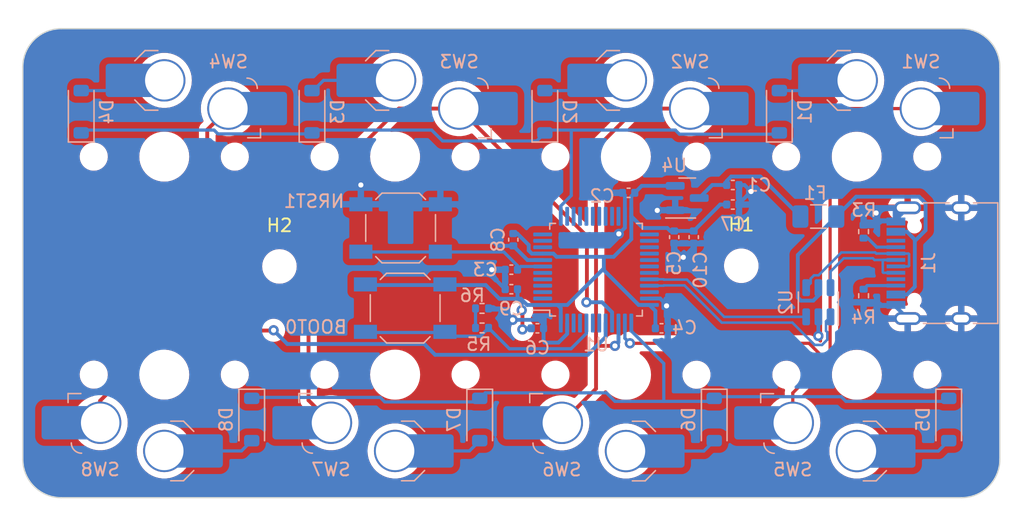
<source format=kicad_pcb>
(kicad_pcb (version 20221018) (generator pcbnew)
  (layers (0 "F.Cu" signal) (31 "B.Cu" signal) (34 "B.Paste" user) (35 "F.Paste" user) (36 "B.SilkS" user "B.Silkscreen") (37 "F.SilkS" user "F.Silkscreen") (38 "B.Mask" user) (39 "F.Mask" user) (44 "Edge.Cuts" user))
  (net 0 "")
  (net 1 "GND")
  (net 2 "NRST")
  (net 3 "+5V")
  (net 4 "+3.3V")
  (net 5 "ROW0")
  (net 6 "Net-(D1-A)")
  (net 7 "ROW1")
  (net 8 "Net-(D2-A)")
  (net 9 "BOOT0")
  (net 10 "Net-(D3-A)")
  (net 11 "Net-(R5-Pad2)")
  (net 12 "Net-(D4-A)")
  (net 13 "COL0")
  (net 14 "Net-(D5-A)")
  (net 15 "COL1")
  (net 16 "Net-(D6-A)")
  (net 17 "COL2")
  (net 18 "Net-(D7-A)")
  (net 19 "COL3")
  (net 20 "Net-(D8-A)")
  (net 21 "VBUS")
  (net 22 "Net-(J1-CC1)")
  (net 23 "D+")
  (net 24 "D-")
  (net 26 "Net-(J1-CC2)")
  (net 47 "D_N")
  (net 48 "D_P")
  (footprint "MountingHole:MountingHole_2.2mm_M2" (layer "F.Cu") (at 200.8124 118.0592)
    (fp_text reference "H1")
    (fp_text value "MountingHole")
  )
  (footprint "MountingHole:MountingHole_2.2mm_M2" (layer "F.Cu") (at 164.7952 118.11)
    (fp_text reference "H2")
    (fp_text value "MountingHole")
  )
  (footprint "Button_Switch_SMD:SW_SPST_SKQG_WithoutStem" (layer "B.Cu") (at 174.5996 121.3612 180)
    (fp_text reference "BOOT0")
    (fp_text value "BOOT0")
  )
  (footprint "Button_Switch_SMD:SW_SPST_SKQG_WithoutStem" (layer "B.Cu") (at 174.244 115.1128 180)
    (fp_text reference "NRST1")
    (fp_text value "RST")
  )
  (footprint "PCM_marbastlib-choc:SW_choc_v1_HS_1u_18_17" (layer "B.Cu") (at 155.81375 109.5507)
    (fp_text reference "SW4")
    (fp_text value "choc_SW_HS")
  )
  (footprint "Diode_SMD:D_SOD-123" (layer "B.Cu") (at 198.70075 130.048 -90)
    (fp_text reference "D6")
    (fp_text value "D_Small")
  )
  (footprint "PCM_marbastlib-choc:SW_choc_v1_HS_1u_18_17" (layer "B.Cu") (at 191.81795 126.5587 180)
    (fp_text reference "SW6")
    (fp_text value "choc_SW_HS")
  )
  (footprint "Capacitor_SMD:C_0402_1005Metric" (layer "B.Cu") (at 197.104 115.824 90)
    (fp_text reference "C10")
    (fp_text value "1uF")
  )
  (footprint "PCM_marbastlib-choc:SW_choc_v1_HS_1u_18_17" (layer "B.Cu") (at 173.81375 126.5507 180)
    (fp_text reference "SW7")
    (fp_text value "choc_SW_HS")
  )
  (footprint "PCM_marbastlib-choc:SW_choc_v1_HS_1u_18_17" (layer "B.Cu") (at 191.81375 109.5507)
    (fp_text reference "SW2")
    (fp_text value "choc_SW_HS")
  )
  (footprint "Capacitor_SMD:C_0402_1005Metric" (layer "B.Cu") (at 200.152 111.76 180)
    (fp_text reference "C1")
    (fp_text value "1uF")
  )
  (footprint "Diode_SMD:D_SOD-123" (layer "B.Cu") (at 203.78075 106.046 90)
    (fp_text reference "D1")
    (fp_text value "D_Small")
  )
  (footprint "PCM_marbastlib-choc:SW_choc_v1_HS_1u_18_17" (layer "B.Cu") (at 173.81375 109.5507)
    (fp_text reference "SW3")
    (fp_text value "choc_SW_HS")
  )
  (footprint "Capacitor_SMD:C_0402_1005Metric" (layer "B.Cu") (at 192.024 112.3696)
    (fp_text reference "C2")
    (fp_text value "1uF")
  )
  (footprint "PCM_marbastlib-choc:SW_choc_v1_HS_1u_18_17" (layer "B.Cu") (at 209.81375 109.5507)
    (fp_text reference "SW1")
    (fp_text value "choc_SW_HS")
  )
  (footprint "Capacitor_SMD:C_0402_1005Metric" (layer "B.Cu") (at 195.58 115.824 -90)
    (fp_text reference "C5")
    (fp_text value "100nF")
  )
  (footprint "Package_QFP:LQFP-48_7x7mm_P0.5mm" (layer "B.Cu") (at 189.484346 118.364)
    (fp_text reference "U1")
    (fp_text value "STM32F072C8Tx")
  )
  (footprint "Capacitor_SMD:C_0402_1005Metric" (layer "B.Cu") (at 182.88 119.888 180)
    (fp_text reference "C9")
    (fp_text value "100nF")
  )
  (footprint "Diode_SMD:D_SOD-123" (layer "B.Cu") (at 180.41275 130.048 -90)
    (fp_text reference "D7")
    (fp_text value "D_Small")
  )
  (footprint "Diode_SMD:D_SOD-123" (layer "B.Cu") (at 149.33375 106.046 90)
    (fp_text reference "D4")
    (fp_text value "D_Small")
  )
  (footprint "Capacitor_SMD:C_0402_1005Metric" (layer "B.Cu") (at 200.152 113.284)
    (fp_text reference "C7")
    (fp_text value "100nF")
  )
  (footprint "Package_TO_SOT_SMD:SOT-23" (layer "B.Cu") (at 196.596 112.776)
    (fp_text reference "U4")
    (fp_text value "XC6206PxxxMR-Regulator_Linear")
  )
  (footprint "Resistor_SMD:R_0402_1005Metric" (layer "B.Cu") (at 210.35 120.396 90)
    (fp_text reference "R4")
    (fp_text value "5.1 K")
  )
  (footprint "Capacitor_SMD:C_0402_1005Metric" (layer "B.Cu") (at 183.0324 116.0272 -90)
    (fp_text reference "C8")
    (fp_text value "100nF")
  )
  (footprint "Capacitor_SMD:C_0402_1005Metric" (layer "B.Cu") (at 182.88 118.364)
    (fp_text reference "C3")
    (fp_text value "100nF")
  )
  (footprint "Capacitor_SMD:C_0402_1005Metric" (layer "B.Cu") (at 194.592 122.936)
    (fp_text reference "C4")
    (fp_text value "4.7uF")
  )
  (footprint "Diode_SMD:D_SOD-123" (layer "B.Cu") (at 185.49275 106.046 90)
    (fp_text reference "D2")
    (fp_text value "D_Small")
  )
  (footprint "PCM_marbastlib-choc:SW_choc_v1_HS_1u_18_17" (layer "B.Cu") (at 155.81375 126.5507 180)
    (fp_text reference "SW8")
    (fp_text value "choc_SW_HS")
  )
  (footprint "Package_TO_SOT_SMD:SOT-23-6" (layer "B.Cu") (at 206.822 120.904 90)
    (fp_text reference "U2")
    (fp_text value "USBLC6-2SC6")
  )
  (footprint "Resistor_SMD:R_0402_1005Metric" (layer "B.Cu") (at 180.594 122.908 180)
    (fp_text reference "R5")
    (fp_text value "5.1k")
  )
  (footprint "Connector_USB:USB_C_Receptacle_HRO_TYPE-C-31-M-12" (layer "B.Cu") (at 216.916 117.856 -90)
    (fp_text reference "J1")
    (fp_text value "USB_C_Receptacle_USB2.0")
  )
  (footprint "PCM_marbastlib-choc:SW_choc_v1_HS_1u_18_17" (layer "B.Cu") (at 209.82835 126.5587 180)
    (fp_text reference "SW5")
    (fp_text value "choc_SW_HS")
  )
  (footprint "Diode_SMD:D_SOD-123" (layer "B.Cu") (at 162.63275 130.048 -90)
    (fp_text reference "D8")
    (fp_text value "D_Small")
  )
  (footprint "Resistor_SMD:R_0402_1005Metric" (layer "B.Cu") (at 180.594 121.384)
    (fp_text reference "R6")
    (fp_text value "5.1k")
  )
  (footprint "Fuse:Fuse_1206_3216Metric" (layer "B.Cu") (at 206.822 114.22 180)
    (fp_text reference "F1")
    (fp_text value "Fuse_Small")
  )
  (footprint "Diode_SMD:D_SOD-123" (layer "B.Cu") (at 216.98875 130.048 -90)
    (fp_text reference "D5")
    (fp_text value "D_Small")
  )
  (footprint "Capacitor_SMD:C_0402_1005Metric" (layer "B.Cu") (at 184.912 122.936)
    (fp_text reference "C6")
    (fp_text value "100nF")
  )
  (footprint "Resistor_SMD:R_0402_1005Metric" (layer "B.Cu") (at 210.35 115.394 -90)
    (fp_text reference "R3")
    (fp_text value "5.1 K")
  )
  (footprint "Diode_SMD:D_SOD-123" (layer "B.Cu") (at 167.33375 106.046 90)
    (fp_text reference "D3")
    (fp_text value "D_Small")
  )
  (gr_circle (center 193.035 126.5507) (end 193.035 126.5507) (stroke (width 0.2)) (fill none) (layer "B.Cu"))
  (gr_arc (start 147.78 136.144) (mid 145.65868 135.26532) (end 144.78 133.144) (stroke (width 0.1)) (layer "Edge.Cuts"))
  (gr_line (start 147.78 99.568) (end 217.98 99.568) (stroke (width 0.1)) (layer "Edge.Cuts"))
  (gr_arc (start 217.98 99.568) (mid 220.10132 100.44668) (end 220.98 102.568) (stroke (width 0.1)) (layer "Edge.Cuts"))
  (gr_arc (start 144.78 102.568) (mid 145.65868 100.44668) (end 147.78 99.568) (stroke (width 0.1)) (layer "Edge.Cuts"))
  (gr_arc (start 220.98 133.144) (mid 220.10132 135.26532) (end 217.98 136.144) (stroke (width 0.1)) (layer "Edge.Cuts"))
  (gr_line (start 144.78 133.144) (end 144.78 102.568) (stroke (width 0.1)) (layer "Edge.Cuts"))
  (gr_line (start 217.98 136.144) (end 147.78 136.144) (stroke (width 0.1)) (layer "Edge.Cuts"))
  (gr_line (start 220.98 102.568) (end 220.98 133.144) (stroke (width 0.1)) (layer "Edge.Cuts"))
  (segment (start 217.966 113.536) (end 213.786 113.536) (width 0.3) (layer "F.Cu") (net 1))
  (segment (start 213.786 122.176) (end 217.966 122.176) (width 0.3) (layer "F.Cu") (net 1))
  (segment (start 217.966 122.176) (end 217.966 113.536) (width 0.3) (layer "F.Cu") (net 1))
  (via (at 181.356 118.364) (size 0.8) (drill 0.4) (layers "F.Cu" "B.Cu") (net 1))
  (via (at 196.2912 117.3988) (size 0.8) (drill 0.4) (layers "F.Cu" "B.Cu") (net 1))
  (via (at 194.2592 113.7412) (size 0.8) (drill 0.4) (layers "F.Cu" "B.Cu") (net 1))
  (via (at 206.822 123.5304) (size 0.8) (drill 0.4) (layers "F.Cu" "B.Cu") (net 1))
  (via (at 211.328 113.9444) (size 0.8) (drill 0.4) (layers "F.Cu" "B.Cu") (net 1))
  (via (at 201.5744 112.268) (size 0.8) (drill 0.4) (layers "F.Cu" "B.Cu") (net 1))
  (via (at 182.982 122.276) (size 0.8) (drill 0.4) (layers "F.Cu" "B.Cu") (net 1))
  (via (at 171.144 111.7588) (size 0.8) (drill 0.4) (layers "F.Cu" "B.Cu") (net 1))
  (via (at 191.262 115.57) (size 0.8) (drill 0.4) (layers "F.Cu" "B.Cu") (net 1))
  (via (at 194.983846 121.184111) (size 0.8) (drill 0.4) (layers "F.Cu" "B.Cu") (net 1))
  (segment (start 185.4708 124.0536) (end 186.547866 124.0536) (width 0.3) (layer "B.Cu") (net 1))
  (segment (start 212.871 121.261) (end 213.786 122.176) (width 0.3) (layer "B.Cu") (net 1))
  (segment (start 182.982 122.276) (end 185.041999 122.276) (width 0.3) (layer "B.Cu") (net 1))
  (segment (start 212.871 114.606) (end 212.871 114.451) (width 0.3) (layer "B.Cu") (net 1))
  (segment (start 183.0324 116.5072) (end 181.7884 116.5072) (width 0.3) (layer "B.Cu") (net 1))
  (segment (start 195.11788 122.89012) (end 195.072 122.936) (width 0.3) (layer "B.Cu") (net 1))
  (segment (start 182.4 118.364) (end 181.356 118.364) (width 0.3) (layer "B.Cu") (net 1))
  (segment (start 195.58 116.304) (end 195.58 116.6876) (width 0.3) (layer "B.Cu") (net 1))
  (segment (start 195.533154 116.304) (end 195.58 116.304) (width 0.3) (layer "B.Cu") (net 1))
  (segment (start 178.544 113.2628) (end 177.344 113.2628) (width 0.3) (layer "B.Cu") (net 1))
  (segment (start 200.632 113.284) (end 200.632 113.2104) (width 0.3) (layer "B.Cu") (net 1))
  (segment (start 186.547866 124.0536) (end 187.234346 123.36712) (width 0.3) (layer "B.Cu") (net 1))
  (segment (start 181.7884 116.5072) (end 178.544 113.2628) (width 0.3) (layer "B.Cu") (net 1))
  (segment (start 183.0324 116.5072) (end 184.1392 117.614) (width 0.3) (layer "B.Cu") (net 1))
  (segment (start 194.734346 120.86088) (end 194.487466 120.614) (width 0.3) (layer "B.Cu") (net 1))
  (segment (start 171.144 113.284) (end 171.144 111.7588) (width 0.3) (layer "B.Cu") (net 1))
  (segment (start 191.734346 115.097654) (end 191.262 115.57) (width 0.3) (layer "B.Cu") (net 1))
  (segment (start 195.58 116.6876) (end 196.2912 117.3988) (width 0.3) (layer "B.Cu") (net 1))
  (segment (start 210.35 114.884) (end 210.628 114.606) (width 0.3) (layer "B.Cu") (net 1))
  (segment (start 210.55 121.106) (end 212.871 121.106) (width 0.3) (layer "B.Cu") (net 1))
  (segment (start 210.628 114.606) (end 211.328 114.606) (width 0.3) (layer "B.Cu") (net 1))
  (segment (start 195.6585 113.726) (end 194.194226 113.726) (width 0.3) (layer "B.Cu") (net 1))
  (segment (start 181.104 121.384) (end 182.09 121.384) (width 0.3) (layer "B.Cu") (net 1))
  (segment (start 181.356 118.844) (end 181.356 118.364) (width 0.3) (layer "B.Cu") (net 1))
  (segment (start 195.072 122.936) (end 195.072 121.272265) (width 0.3) (layer "B.Cu") (net 1))
  (segment (start 200.632 111.76) (end 201.0664 111.76) (width 0.3) (layer "B.Cu") (net 1))
  (segment (start 182.4 119.888) (end 181.356 118.844) (width 0.3) (layer "B.Cu") (net 1))
  (segment (start 197.104 116.586) (end 196.2912 117.3988) (width 0.3) (layer "B.Cu") (net 1))
  (segment (start 194.734346 121.0564) (end 194.856135 121.0564) (width 0.3) (layer "B.Cu") (net 1))
  (segment (start 212.871 121.106) (end 212.871 121.261) (width 0.3) (layer "B.Cu") (net 1))
  (segment (start 194.487466 120.614) (end 193.646846 120.614) (width 0.3) (layer "B.Cu") (net 1))
  (segment (start 185.392 122.626001) (end 185.392 122.936) (width 0.3) (layer "B.Cu") (net 1))
  (segment (start 191.734346 112.559946) (end 191.544 112.3696) (width 0.3) (layer "B.Cu") (net 1))
  (segment (start 177.344 113.284) (end 171.144 113.284) (width 0.3) (layer "B.Cu") (net 1))
  (segment (start 194.244 113.726) (end 194.2592 113.7412) (width 0.3) (layer "B.Cu") (net 1))
  (segment (start 195.072 121.272265) (end 194.983846 121.184111) (width 0.3) (layer "B.Cu") (net 1))
  (segment (start 194.856135 121.0564) (end 194.983846 121.184111) (width 0.3) (layer "B.Cu") (net 1))
  (segment (start 200.632 113.2104) (end 201.5744 112.268) (width 0.3) (layer "B.Cu") (net 1))
  (segment (start 210.35 120.906) (end 210.55 121.106) (width 0.3) (layer "B.Cu") (net 1))
  (segment (start 211.328 114.606) (end 211.328 113.9444) (width 0.3) (layer "B.Cu") (net 1))
  (segment (start 182.09 121.384) (end 182.982 122.276) (width 0.3) (layer "B.Cu") (net 1))
  (segment (start 201.0664 111.76) (end 201.5744 112.268) (width 0.3) (layer "B.Cu") (net 1))
  (segment (start 187.234346 123.36712) (end 187.234346 122.5265) (width 0.3) (layer "B.Cu") (net 1))
  (segment (start 197.104 116.304) (end 197.104 116.586) (width 0.3) (layer "B.Cu") (net 1))
  (segment (start 185.041999 122.276) (end 185.392 122.626001) (width 0.3) (layer "B.Cu") (net 1))
  (segment (start 211.328 114.606) (end 212.871 114.606) (width 0.3) (layer "B.Cu") (net 1))
  (segment (start 191.734346 114.2015) (end 191.734346 112.559946) (width 0.3) (layer "B.Cu") (net 1))
  (segment (start 184.1392 117.614) (end 185.321846 117.614) (width 0.3) (layer "B.Cu") (net 1))
  (segment (start 185.4708 123.952) (end 185.4708 124.0536) (width 0.3) (layer "B.Cu") (net 1))
  (segment (start 194.734346 121.36712) (end 194.734346 121.0564) (width 0.3) (layer "B.Cu") (net 1))
  (segment (start 212.871 114.451) (end 213.786 113.536) (width 0.3) (layer "B.Cu") (net 1))
  (segment (start 194.194226 113.726) (end 194.244 113.726) (width 0.3) (layer "B.Cu") (net 1))
  (segment (start 185.392 122.936) (end 185.392 123.8732) (width 0.3) (layer "B.Cu") (net 1))
  (segment (start 206.822 122.0415) (end 206.822 123.5304) (width 0.3) (layer "B.Cu") (net 1))
  (segment (start 191.734346 114.2015) (end 191.734346 115.097654) (width 0.3) (layer "B.Cu") (net 1))
  (segment (start 177.906132 113.284) (end 177.344 113.284) (width 0.3) (layer "B.Cu") (net 1))
  (segment (start 194.734346 121.0564) (end 194.734346 120.86088) (width 0.3) (layer "B.Cu") (net 1))
  (segment (start 183.61 118.114) (end 185.321846 118.114) (width 0.25) (layer "B.Cu") (net 2))
  (segment (start 183.36 118.054001) (end 182.289999 116.984) (width 0.25) (layer "B.Cu") (net 2))
  (segment (start 171.144 116.984) (end 177.344 116.984) (width 0.25) (layer "B.Cu") (net 2))
  (segment (start 183.36 118.364) (end 183.36 118.054001) (width 0.25) (layer "B.Cu") (net 2))
  (segment (start 183.36 118.364) (end 183.61 118.114) (width 0.25) (layer "B.Cu") (net 2))
  (segment (start 182.289999 116.984) (end 177.344 116.984) (width 0.25) (layer "B.Cu") (net 2))
  (segment (start 199.672 111.76) (end 199.672 111.450001) (width 0.3) (layer "B.Cu") (net 3))
  (segment (start 202.302 111.1) (end 205.422 114.22) (width 0.3) (layer "B.Cu") (net 3))
  (segment (start 197.5335 112.776) (end 198.5495 111.76) (width 0.3) (layer "B.Cu") (net 3))
  (segment (start 199.672 111.450001) (end 200.022001 111.1) (width 0.3) (layer "B.Cu") (net 3))
  (segment (start 198.5495 111.76) (end 199.672 111.76) (width 0.3) (layer "B.Cu") (net 3))
  (segment (start 200.022001 111.1) (end 202.302 111.1) (width 0.3) (layer "B.Cu") (net 3))
  (segment (start 183.7436 123.0255) (end 183.7436 121.8184) (width 0.3) (layer "F.Cu") (net 4))
  (segment (start 183.7436 121.583202) (end 183.686898 121.5265) (width 0.3) (layer "F.Cu") (net 4))
  (segment (start 183.7436 121.8184) (end 183.7436 121.583202) (width 0.3) (layer "F.Cu") (net 4))
  (via (at 183.7436 123.0255) (size 0.8) (drill 0.4) (layers "F.Cu" "B.Cu") (net 4))
  (via (at 183.686898 121.5265) (size 0.8) (drill 0.4) (layers "F.Cu" "B.Cu") (net 4))
  (segment (start 190.85746 117.36088) (end 190.0936 117.36088) (width 0.3) (layer "B.Cu") (net 4))
  (segment (start 180.8776 119.562) (end 181.9496 120.634) (width 0.3) (layer "B.Cu") (net 4))
  (segment (start 186.4868 121.114) (end 186.734346 121.361546) (width 0.3) (layer "B.Cu") (net 4))
  (segment (start 192.234346 115.983994) (end 192.234346 114.2015) (width 0.3) (layer "B.Cu") (net 4))
  (segment (start 184.432 122.936) (end 183.8331 122.936) (width 0.3) (layer "B.Cu") (net 4))
  (segment (start 192.234346 112.639254) (end 192.504 112.3696) (width 0.3) (layer "B.Cu") (net 4))
  (segment (start 183.626 120.634) (end 184.106 121.114) (width 0.3) (layer "B.Cu") (net 4))
  (segment (start 195.58 115.344) (end 197.104 115.344) (width 0.3) (layer "B.Cu") (net 4))
  (segment (start 184.234346 116.439147) (end 184.234346 116.86712) (width 0.3) (layer "B.Cu") (net 4))
  (segment (start 183.8331 122.936) (end 183.7436 123.0255) (width 0.3) (layer "B.Cu") (net 4))
  (segment (start 190.0936 118.2624) (end 190.0936 117.36088) (width 0.3) (layer "B.Cu") (net 4))
  (segment (start 199.672 113.284) (end 199.164 113.284) (width 0.3) (layer "B.Cu") (net 4))
  (segment (start 190.0936 118.2624) (end 187.242 121.114) (width 0.3) (layer "B.Cu") (net 4))
  (segment (start 183.4896 120.634) (end 183.36 120.5044) (width 0.3) (layer "B.Cu") (net 4))
  (segment (start 194.112 121.579154) (end 193.646846 121.114) (width 0.3) (layer "B.Cu") (net 4))
  (segment (start 183.686898 120.983698) (end 183.3372 120.634) (width 0.3) (layer "B.Cu") (net 4))
  (segment (start 184.481226 117.114) (end 185.321846 117.114) (width 0.3) (layer "B.Cu") (net 4))
  (segment (start 183.342399 115.5472) (end 184.234346 116.439147) (width 0.3) (layer "B.Cu") (net 4))
  (segment (start 195.58 115.344) (end 195.270001 115.344) (width 0.3) (layer "B.Cu") (net 4))
  (segment (start 186.4868 121.114) (end 185.321846 121.114) (width 0.3) (layer "B.Cu") (net 4))
  (segment (start 186.734346 121.361546) (end 186.734346 122.5265) (width 0.3) (layer "B.Cu") (net 4))
  (segment (start 185.321846 117.114) (end 186.162466 117.114) (width 0.3) (layer "B.Cu") (net 4))
  (segment (start 183.3372 120.634) (end 183.4896 120.634) (width 0.3) (layer "B.Cu") (net 4))
  (segment (start 177.344 119.562) (end 171.144 119.562) (width 0.3) (layer "B.Cu") (net 4))
  (segment (start 190.0936 117.36088) (end 186.409346 117.36088) (width 0.3) (layer "B.Cu") (net 4))
  (segment (start 184.234346 116.86712) (end 184.481226 117.114) (width 0.3) (layer "B.Cu") (net 4))
  (segment (start 193.646846 121.114) (end 192.806226 121.114) (width 0.3) (layer "B.Cu") (net 4))
  (segment (start 183.686898 121.5265) (end 183.686898 120.983698) (width 0.3) (layer "B.Cu") (net 4))
  (segment (start 186.162466 117.114) (end 186.409346 117.36088) (width 0.3) (layer "B.Cu") (net 4))
  (segment (start 193.0476 111.826) (end 195.6585 111.826) (width 0.3) (layer "B.Cu") (net 4))
  (segment (start 177.344 119.562) (end 180.8776 119.562) (width 0.3) (layer "B.Cu") (net 4))
  (segment (start 190.85746 117.36088) (end 192.234346 115.983994) (width 0.3) (layer "B.Cu") (net 4))
  (segment (start 192.806226 121.114) (end 190.0936 118.401374) (width 0.3) (layer "B.Cu") (net 4))
  (segment (start 183.36 120.5044) (end 183.36 119.888) (width 0.3) (layer "B.Cu") (net 4))
  (segment (start 193.146846 115.114) (end 192.234346 114.2015) (width 0.3) (layer "B.Cu") (net 4))
  (segment (start 187.242 121.114) (end 186.4868 121.114) (width 0.3) (layer "B.Cu") (net 4))
  (segment (start 195.040001 115.114) (end 193.146846 115.114) (width 0.3) (layer "B.Cu") (net 4))
  (segment (start 183.0324 115.5472) (end 183.342399 115.5472) (width 0.3) (layer "B.Cu") (net 4))
  (segment (start 199.164 113.284) (end 197.104 115.344) (width 0.3) (layer "B.Cu") (net 4))
  (segment (start 195.270001 115.344) (end 195.040001 115.114) (width 0.3) (layer "B.Cu") (net 4))
  (segment (start 190.0936 118.401374) (end 190.0936 118.2624) (width 0.3) (layer "B.Cu") (net 4))
  (segment (start 192.234346 114.2015) (end 192.234346 112.639254) (width 0.3) (layer "B.Cu") (net 4))
  (segment (start 183.4896 120.634) (end 183.626 120.634) (width 0.3) (layer "B.Cu") (net 4))
  (segment (start 184.106 121.114) (end 185.321846 121.114) (width 0.3) (layer "B.Cu") (net 4))
  (segment (start 181.9496 120.634) (end 183.3372 120.634) (width 0.3) (layer "B.Cu") (net 4))
  (segment (start 194.112 122.936) (end 194.112 121.579154) (width 0.3) (layer "B.Cu") (net 4))
  (segment (start 192.504 112.3696) (end 193.0476 111.826) (width 0.3) (layer "B.Cu") (net 4))
  (segment (start 167.25405 107.7757) (end 167.33375 107.696) (width 0.25) (layer "B.Cu") (net 5))
  (segment (start 159.695678 107.4757) (end 159.995678 107.7757) (width 0.25) (layer "B.Cu") (net 5))
  (segment (start 184.86305 108.3257) (end 185.49275 107.696) (width 0.25) (layer "B.Cu") (net 5))
  (segment (start 149.33375 107.696) (end 149.55405 107.4757) (width 0.25) (layer "B.Cu") (net 5))
  (segment (start 186.734346 113.396236) (end 186.734346 114.2015) (width 0.25) (layer "B.Cu") (net 5))
  (segment (start 167.33375 107.696) (end 167.55405 107.4757) (width 0.25) (layer "B.Cu") (net 5))
  (segment (start 185.49275 107.696) (end 185.71305 107.4757) (width 0.25) (layer "B.Cu") (net 5))
  (segment (start 187.5536 112.576982) (end 186.734346 113.396236) (width 0.25) (layer "B.Cu") (net 5))
  (segment (start 187.5536 107.4757) (end 195.6645 107.4757) (width 0.25) (layer "B.Cu") (net 5))
  (segment (start 159.995678 107.7757) (end 167.25405 107.7757) (width 0.25) (layer "B.Cu") (net 5))
  (segment (start 176.6653 107.4757) (end 177.5153 108.3257) (width 0.25) (layer "B.Cu") (net 5))
  (segment (start 203.67915 107.7976) (end 203.78075 107.696) (width 0.25) (layer "B.Cu") (net 5))
  (segment (start 149.55405 107.4757) (end 159.695678 107.4757) (width 0.25) (layer "B.Cu") (net 5))
  (segment (start 167.55405 107.4757) (end 176.6653 107.4757) (width 0.25) (layer "B.Cu") (net 5))
  (segment (start 195.6645 107.4757) (end 195.9864 107.7976) (width 0.25) (layer "B.Cu") (net 5))
  (segment (start 187.5536 107.4757) (end 187.5536 112.576982) (width 0.25) (layer "B.Cu") (net 5))
  (segment (start 185.71305 107.4757) (end 187.5536 107.4757) (width 0.25) (layer "B.Cu") (net 5))
  (segment (start 177.5153 108.3257) (end 184.86305 108.3257) (width 0.25) (layer "B.Cu") (net 5))
  (segment (start 195.9864 107.7976) (end 203.67915 107.7976) (width 0.25) (layer "B.Cu") (net 5))
  (segment (start 203.78075 104.396) (end 205.77345 104.396) (width 0.25) (layer "B.Cu") (net 6))
  (segment (start 205.77345 104.396) (end 206.56875 103.6007) (width 0.25) (layer "B.Cu") (net 6))
  (segment (start 198.46505 128.6337) (end 198.70075 128.398) (width 0.25) (layer "B.Cu") (net 7))
  (segment (start 162.63275 128.398) (end 162.70505 128.3257) (width 0.25) (layer "B.Cu") (net 7))
  (segment (start 180.13435 128.6764) (end 180.41275 128.398) (width 0.25) (layer "B.Cu") (net 7))
  (segment (start 194.7672 125.6792) (end 194.7672 128.6337) (width 0.25) (layer "B.Cu") (net 7))
  (segment (start 198.82875 128.27) (end 208.605157 128.27) (width 0.25) (layer "B.Cu") (net 7))
  (segment (start 216.75305 128.6337) (end 216.98875 128.398) (width 0.25) (layer "B.Cu") (net 7))
  (segment (start 194.7672 128.6337) (end 198.46505 128.6337) (width 0.25) (layer "B.Cu") (net 7))
  (segment (start 192.234346 123.146346) (end 194.7672 125.6792) (width 0.25) (layer "B.Cu") (net 7))
  (segment (start 180.842128 127.968622) (end 189.7888 127.968622) (width 0.25) (layer "B.Cu") (net 7))
  (segment (start 192.234346 122.5265) (end 192.234346 123.146346) (width 0.25) (layer "B.Cu") (net 7))
  (segment (start 189.7888 127.968622) (end 190.293379 127.968622) (width 0.25) (layer "B.Cu") (net 7))
  (segment (start 180.41275 128.398) (end 180.842128 127.968622) (width 0.25) (layer "B.Cu") (net 7))
  (segment (start 190.958457 128.6337) (end 194.7672 128.6337) (width 0.25) (layer "B.Cu") (net 7))
  (segment (start 162.70505 128.3257) (end 172.654257 128.3257) (width 0.25) (layer "B.Cu") (net 7))
  (segment (start 198.70075 128.398) (end 198.82875 128.27) (width 0.25) (layer "B.Cu") (net 7))
  (segment (start 208.605157 128.27) (end 208.968857 128.6337) (width 0.25) (layer "B.Cu") (net 7))
  (segment (start 172.654257 128.3257) (end 173.004957 128.6764) (width 0.25) (layer "B.Cu") (net 7))
  (segment (start 173.004957 128.6764) (end 180.13435 128.6764) (width 0.25) (layer "B.Cu") (net 7))
  (segment (start 190.293379 127.968622) (end 190.958457 128.6337) (width 0.25) (layer "B.Cu") (net 7))
  (segment (start 208.968857 128.6337) (end 216.75305 128.6337) (width 0.25) (layer "B.Cu") (net 7))
  (segment (start 187.77345 104.396) (end 188.56875 103.6007) (width 0.25) (layer "B.Cu") (net 8))
  (segment (start 185.49275 104.396) (end 187.77345 104.396) (width 0.25) (layer "B.Cu") (net 8))
  (segment (start 177.635 123.553) (end 180.459 123.553) (width 0.25) (layer "B.Cu") (net 9))
  (segment (start 188.734346 123.331764) (end 188.734346 122.5265) (width 0.25) (layer "B.Cu") (net 9))
  (segment (start 187.53751 124.5286) (end 188.734346 123.331764) (width 0.25) (layer "B.Cu") (net 9))
  (segment (start 171.144 123.262) (end 177.344 123.262) (width 0.25) (layer "B.Cu") (net 9))
  (segment (start 181.104 122.908) (end 182.7246 124.5286) (width 0.25) (layer "B.Cu") (net 9))
  (segment (start 177.344 123.262) (end 177.635 123.553) (width 0.25) (layer "B.Cu") (net 9))
  (segment (start 180.459 123.553) (end 181.104 122.908) (width 0.25) (layer "B.Cu") (net 9))
  (segment (start 182.7246 124.5286) (end 187.53751 124.5286) (width 0.25) (layer "B.Cu") (net 9))
  (segment (start 167.4348 104.396) (end 168.2301 103.6007) (width 0.25) (layer "B.Cu") (net 10))
  (segment (start 167.33375 104.396) (end 167.4348 104.396) (width 0.25) (layer "B.Cu") (net 10))
  (segment (start 168.2301 103.6007) (end 170.56875 103.6007) (width 0.25) (layer "B.Cu") (net 10))
  (segment (start 180.084 122.908) (end 180.084 121.384) (width 0.25) (layer "B.Cu") (net 11))
  (segment (start 149.33375 104.396) (end 151.77345 104.396) (width 0.25) (layer "B.Cu") (net 12))
  (segment (start 151.77345 104.396) (end 152.56875 103.6007) (width 0.25) (layer "B.Cu") (net 12))
  (segment (start 206.0956 124.1044) (end 192.1256 124.1044) (width 0.25) (layer "F.Cu") (net 13))
  (segment (start 208.7021 105.8007) (end 214.81375 105.8007) (width 0.25) (layer "F.Cu") (net 13))
  (segment (start 204.82835 127.975248) (end 207.397399 125.406199) (width 0.25) (layer "F.Cu") (net 13))
  (segment (start 204.82835 130.3087) (end 204.82835 127.975248) (width 0.25) (layer "F.Cu") (net 13))
  (segment (start 207.73875 106.76405) (end 208.7021 105.8007) (width 0.25) (layer "F.Cu") (net 13))
  (segment (start 215.56485 106.5518) (end 214.81375 105.8007) (width 0.25) (layer "F.Cu") (net 13))
  (segment (start 207.73875 125.064848) (end 207.73875 106.76405) (width 0.25) (layer "F.Cu") (net 13))
  (segment (start 204.82835 130.3087) (end 204.56765 130.048) (width 0.25) (layer "F.Cu") (net 13))
  (segment (start 207.397399 125.406199) (end 206.0956 124.1044) (width 0.25) (layer "F.Cu") (net 13))
  (segment (start 207.397399 125.406199) (end 207.73875 125.064848) (width 0.25) (layer "F.Cu") (net 13))
  (via (at 192.1256 124.1044) (size 0.8) (drill 0.4) (layers "F.Cu" "B.Cu") (net 13))
  (segment (start 191.734346 123.713146) (end 191.734346 122.5265) (width 0.25) (layer "B.Cu") (net 13))
  (segment (start 192.1256 124.1044) (end 191.734346 123.713146) (width 0.25) (layer "B.Cu") (net 13))
  (segment (start 201.58335 130.3087) (end 203.9481 130.3087) (width 0.25) (layer "B.Cu") (net 13))
  (segment (start 216.17805 132.5087) (end 216.98875 131.698) (width 0.25) (layer "B.Cu") (net 14))
  (segment (start 213.07335 132.5087) (end 216.17805 132.5087) (width 0.25) (layer "B.Cu") (net 14))
  (segment (start 189.484 108.910602) (end 192.593902 105.8007) (width 0.3) (layer "F.Cu") (net 15))
  (segment (start 189.484 127.64265) (end 189.484 124.3076) (width 0.3) (layer "F.Cu") (net 15))
  (segment (start 192.593902 105.8007) (end 196.81375 105.8007) (width 0.3) (layer "F.Cu") (net 15))
  (segment (start 189.484 124.3076) (end 190.9572 124.3076) (width 0.3) (layer "F.Cu") (net 15))
  (segment (start 189.484 124.3076) (end 189.484 108.910602) (width 0.3) (layer "F.Cu") (net 15))
  (segment (start 186.81795 130.3087) (end 189.484 127.64265) (width 0.3) (layer "F.Cu") (net 15))
  (via (at 190.9572 124.3076) (size 0.8) (drill 0.4) (layers "F.Cu" "B.Cu") (net 15))
  (segment (start 191.234346 124.030454) (end 191.234346 122.5265) (width 0.3) (layer "B.Cu") (net 15))
  (segment (start 190.9572 124.3076) (end 191.234346 124.030454) (width 0.3) (layer "B.Cu") (net 15))
  (segment (start 197.89005 132.5087) (end 198.70075 131.698) (width 0.25) (layer "B.Cu") (net 16))
  (segment (start 195.06295 132.5087) (end 197.89005 132.5087) (width 0.25) (layer "B.Cu") (net 16))
  (segment (start 188.7728 115.75975) (end 188.7728 120.8657) (width 0.3) (layer "F.Cu") (net 17))
  (segment (start 167.8432 121.4628) (end 168.5295 120.7765) (width 0.3) (layer "F.Cu") (net 17))
  (segment (start 174.1073 105.8007) (end 178.81375 105.8007) (width 0.3) (layer "F.Cu") (net 17))
  (segment (start 167.06375 128.5507) (end 167.06375 122.24225) (width 0.3) (layer "F.Cu") (net 17))
  (segment (start 169.0116 120.2944) (end 169.0116 110.8964) (width 0.3) (layer "F.Cu") (net 17))
  (segment (start 168.6052 120.7008) (end 169.0116 120.2944) (width 0.3) (layer "F.Cu") (net 17))
  (segment (start 168.81375 130.3007) (end 167.06375 128.5507) (width 0.3) (layer "F.Cu") (net 17))
  (segment (start 167.06375 122.24225) (end 167.8432 121.4628) (width 0.3) (layer "F.Cu") (net 17))
  (segment (start 188.7728 120.8657) (end 188.7345 120.904) (width 0.3) (layer "F.Cu") (net 17))
  (segment (start 167.8432 121.4628) (end 168.6052 120.7008) (width 0.3) (layer "F.Cu") (net 17))
  (segment (start 169.0116 110.8964) (end 174.1073 105.8007) (width 0.3) (layer "F.Cu") (net 17))
  (segment (start 178.81375 105.8007) (end 188.7728 115.75975) (width 0.3) (layer "F.Cu") (net 17))
  (via (at 188.7345 120.904) (size 0.8) (drill 0.4) (layers "F.Cu" "B.Cu") (net 17))
  (segment (start 189.952466 120.904) (end 190.734346 121.68588) (width 0.3) (layer "B.Cu") (net 17))
  (segment (start 190.734346 121.68588) (end 190.734346 122.5265) (width 0.3) (layer "B.Cu") (net 17))
  (segment (start 188.7345 120.904) (end 189.952466 120.904) (width 0.3) (layer "B.Cu") (net 17))
  (segment (start 179.61005 132.5007) (end 180.41275 131.698) (width 0.25) (layer "B.Cu") (net 18))
  (segment (start 177.05875 132.5007) (end 179.61005 132.5007) (width 0.25) (layer "B.Cu") (net 18))
  (segment (start 164.315299 123.111101) (end 164.338 123.0884) (width 0.3) (layer "F.Cu") (net 19))
  (segment (start 156.283501 123.111101) (end 164.315299 123.111101) (width 0.3) (layer "F.Cu") (net 19))
  (segment (start 159.16375 120.230852) (end 159.16375 107.4507) (width 0.3) (layer "F.Cu") (net 19))
  (segment (start 156.283501 123.111101) (end 159.16375 120.230852) (width 0.3) (layer "F.Cu") (net 19))
  (segment (start 150.81375 130.3007) (end 150.81375 128.580852) (width 0.3) (layer "F.Cu") (net 19))
  (segment (start 159.16375 107.4507) (end 160.81375 105.8007) (width 0.3) (layer "F.Cu") (net 19))
  (segment (start 150.81375 128.580852) (end 156.283501 123.111101) (width 0.3) (layer "F.Cu") (net 19))
  (via (at 164.338 123.0884) (size 0.8) (drill 0.4) (layers "F.Cu" "B.Cu") (net 19))
  (segment (start 161.4932 106.48015) (end 160.81375 105.8007) (width 0.25) (layer "B.Cu") (net 19))
  (segment (start 176.094 124.162) (end 176.9356 125.0036) (width 0.3) (layer "B.Cu") (net 19))
  (segment (start 190.234346 123.608054) (end 190.234346 122.5265) (width 0.3) (layer "B.Cu") (net 19))
  (segment (start 164.338 123.0884) (end 165.4116 124.162) (width 0.3) (layer "B.Cu") (net 19))
  (segment (start 176.9356 125.0036) (end 188.8388 125.0036) (width 0.3) (layer "B.Cu") (net 19))
  (segment (start 165.4116 124.162) (end 176.094 124.162) (width 0.3) (layer "B.Cu") (net 19))
  (segment (start 188.8388 125.0036) (end 190.234346 123.608054) (width 0.3) (layer "B.Cu") (net 19))
  (segment (start 161.83005 132.5007) (end 162.63275 131.698) (width 0.25) (layer "B.Cu") (net 20))
  (segment (start 159.05875 132.5007) (end 161.83005 132.5007) (width 0.25) (layer "B.Cu") (net 20))
  (segment (start 214.346 116.1288) (end 215.186 115.2888) (width 0.3) (layer "B.Cu") (net 21))
  (segment (start 208.222 114.22) (end 205.222 117.22) (width 0.3) (layer "B.Cu") (net 21))
  (segment (start 205.4626 120.779) (end 206.4238 120.779) (width 0.3) (layer "B.Cu") (net 21))
  (segment (start 206.4238 120.779) (end 206.822 120.3808) (width 0.3) (layer "B.Cu") (net 21))
  (segment (start 215.186 115.2888) (end 215.186 113.1796) (width 0.3) (layer "B.Cu") (net 21))
  (segment (start 214.346 116.1288) (end 214.346 116.021305) (width 0.3) (layer "B.Cu") (net 21))
  (segment (start 213.730695 120.306) (end 214.346 119.690695) (width 0.3) (layer "B.Cu") (net 21))
  (segment (start 206.822 120.3808) (end 206.822 119.7665) (width 0.3) (layer "B.Cu") (net 21))
  (segment (start 214.346 116.021305) (end 213.730695 115.406) (width 0.3) (layer "B.Cu") (net 21))
  (segment (start 205.222 117.22) (end 205.222 120.5384) (width 0.3) (layer "B.Cu") (net 21))
  (segment (start 214.346 119.690695) (end 214.346 116.1288) (width 0.3) (layer "B.Cu") (net 21))
  (segment (start 209.7676 112.6744) (end 208.222 114.22) (width 0.3) (layer "B.Cu") (net 21))
  (segment (start 213.730695 115.406) (end 212.871 115.406) (width 0.3) (layer "B.Cu") (net 21))
  (segment (start 215.186 113.1796) (end 214.6808 112.6744) (width 0.3) (layer "B.Cu") (net 21))
  (segment (start 205.222 120.5384) (end 205.4626 120.779) (width 0.3) (layer "B.Cu") (net 21))
  (segment (start 212.871 120.306) (end 213.730695 120.306) (width 0.3) (layer "B.Cu") (net 21))
  (segment (start 214.6808 112.6744) (end 209.7676 112.6744) (width 0.3) (layer "B.Cu") (net 21))
  (segment (start 210.35 115.904) (end 210.669999 115.904) (width 0.25) (layer "B.Cu") (net 22))
  (segment (start 211.371999 116.606) (end 212.871 116.606) (width 0.25) (layer "B.Cu") (net 22))
  (segment (start 210.669999 115.904) (end 211.371999 116.606) (width 0.25) (layer "B.Cu") (net 22))
  (segment (start 211.066342 117.4714) (end 211.200942 117.606) (width 0.2) (layer "B.Cu") (net 23))
  (segment (start 212.871 117.606) (end 212.1408 117.606) (width 0.2) (layer "B.Cu") (net 23))
  (segment (start 212.1408 117.606) (end 211.896 117.606) (width 0.2) (layer "B.Cu") (net 23))
  (segment (start 207.772 118.502897) (end 208.803497 117.4714) (width 0.2) (layer "B.Cu") (net 23))
  (segment (start 211.896 117.606) (end 211.846 117.656) (width 0.2) (layer "B.Cu") (net 23))
  (segment (start 207.772 119.7665) (end 207.772 118.502897) (width 0.2) (layer "B.Cu") (net 23))
  (segment (start 208.803497 117.4714) (end 211.066342 117.4714) (width 0.2) (layer "B.Cu") (net 23))
  (segment (start 211.200942 117.606) (end 212.1408 117.606) (width 0.2) (layer "B.Cu") (net 23))
  (segment (start 211.846 118.556) (end 211.896 118.606) (width 0.2) (layer "B.Cu") (net 23))
  (segment (start 211.846 117.656) (end 211.846 118.556) (width 0.2) (layer "B.Cu") (net 23))
  (segment (start 211.896 118.606) (end 212.871 118.606) (width 0.2) (layer "B.Cu") (net 23))
  (segment (start 205.872 119.7665) (end 206.222 119.4165) (width 0.2) (layer "B.Cu") (net 24))
  (segment (start 213.846 117.106) (end 213.896 117.156) (width 0.2) (layer "B.Cu") (net 24))
  (segment (start 206.222 119.063448) (end 206.481448 118.804) (width 0.2) (layer "B.Cu") (net 24))
  (segment (start 206.222 119.4165) (end 206.222 119.063448) (width 0.2) (layer "B.Cu") (net 24))
  (segment (start 206.481448 118.804) (end 206.8345 118.804) (width 0.2) (layer "B.Cu") (net 24))
  (segment (start 213.896 118.056) (end 213.846 118.106) (width 0.2) (layer "B.Cu") (net 24))
  (segment (start 206.8345 118.804) (end 208.6171 117.0214) (width 0.2) (layer "B.Cu") (net 24))
  (segment (start 212.871 117.106) (end 213.846 117.106) (width 0.2) (layer "B.Cu") (net 24))
  (segment (start 213.846 118.106) (end 212.871 118.106) (width 0.2) (layer "B.Cu") (net 24))
  (segment (start 213.896 117.156) (end 213.896 118.056) (width 0.2) (layer "B.Cu") (net 24))
  (segment (start 208.6171 117.0214) (end 211.252742 117.0214) (width 0.2) (layer "B.Cu") (net 24))
  (segment (start 211.252742 117.0214) (end 211.337342 117.106) (width 0.2) (layer "B.Cu") (net 24))
  (segment (start 211.337342 117.106) (end 212.871 117.106) (width 0.2) (layer "B.Cu") (net 24))
  (segment (start 210.35 119.886) (end 210.63 119.606) (width 0.25) (layer "B.Cu") (net 26))
  (segment (start 210.63 119.606) (end 212.871 119.606) (width 0.25) (layer "B.Cu") (net 26))
  (segment (start 196.5716 119.139) (end 194.778097 119.139) (width 0.2) (layer "B.Cu") (net 47))
  (segment (start 205.872 122.0415) (end 199.4741 122.0415) (width 0.2) (layer "B.Cu") (net 47))
  (segment (start 194.778097 119.139) (end 194.753097 119.114) (width 0.2) (layer "B.Cu") (net 47))
  (segment (start 199.4741 122.0415) (end 196.5716 119.139) (width 0.2) (layer "B.Cu") (net 47))
  (segment (start 194.753097 119.114) (end 193.646846 119.114) (width 0.2) (layer "B.Cu") (net 47))
  (segment (start 207.422 123.14045) (end 207.522 123.24045) (width 0.2) (layer "B.Cu") (net 48))
  (segment (start 207.522 123.82035) (end 207.11195 124.2304) (width 0.2) (layer "B.Cu") (net 48))
  (segment (start 196.3852 119.589) (end 194.778097 119.589) (width 0.2) (layer "B.Cu") (net 48))
  (segment (start 207.772 122.0415) (end 207.422 122.3915) (width 0.2) (layer "B.Cu") (net 48))
  (segment (start 207.522 123.24045) (end 207.522 123.82035) (width 0.2) (layer "B.Cu") (net 48))
  (segment (start 194.778097 119.589) (end 194.753097 119.614) (width 0.2) (layer "B.Cu") (net 48))
  (segment (start 206.53205 124.2304) (end 204.79315 122.4915) (width 0.2) (layer "B.Cu") (net 48))
  (segment (start 199.2877 122.4915) (end 196.3852 119.589) (width 0.2) (layer "B.Cu") (net 48))
  (segment (start 207.422 122.3915) (end 207.422 123.14045) (width 0.2) (layer "B.Cu") (net 48))
  (segment (start 194.753097 119.614) (end 193.646846 119.614) (width 0.2) (layer "B.Cu") (net 48))
  (segment (start 207.11195 124.2304) (end 206.53205 124.2304) (width 0.2) (layer "B.Cu") (net 48))
  (segment (start 204.79315 122.4915) (end 199.2877 122.4915) (width 0.2) (layer "B.Cu") (net 48))
  (zone (net 1) (net_name "GND") (layers "F&B.Cu") (connect_pads (clearance 0.5)) (min_thickness 0.25) (fill yes (thermal_gap 0.5) (thermal_bridge_width 0.5))
    (polygon (pts (xy 143.002 97.6376) (xy 222.25 97.3328) (xy 222.4024 138.0236) (xy 144.3736 138.684) (xy 143.4592 97.6376)))
  )
)
</source>
